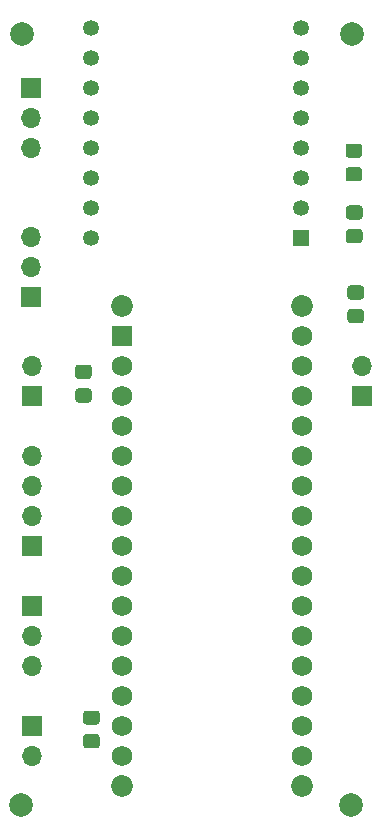
<source format=gts>
%TF.GenerationSoftware,KiCad,Pcbnew,(5.1.10)-1*%
%TF.CreationDate,2021-08-05T17:04:43+02:00*%
%TF.ProjectId,kiCAD_projects,6b694341-445f-4707-926f-6a656374732e,rev?*%
%TF.SameCoordinates,Original*%
%TF.FileFunction,Soldermask,Top*%
%TF.FilePolarity,Negative*%
%FSLAX46Y46*%
G04 Gerber Fmt 4.6, Leading zero omitted, Abs format (unit mm)*
G04 Created by KiCad (PCBNEW (5.1.10)-1) date 2021-08-05 17:04:43*
%MOMM*%
%LPD*%
G01*
G04 APERTURE LIST*
%ADD10O,1.700000X1.700000*%
%ADD11R,1.700000X1.700000*%
%ADD12R,1.350000X1.350000*%
%ADD13C,1.350000*%
%ADD14C,1.850000*%
%ADD15R,1.727200X1.727200*%
%ADD16C,1.727200*%
%ADD17C,2.000000*%
G04 APERTURE END LIST*
D10*
%TO.C,J5*%
X515147560Y567730640D03*
D11*
X515147560Y565190640D03*
%TD*%
D10*
%TO.C,J3*%
X487205020Y567710320D03*
D11*
X487205020Y565170320D03*
%TD*%
D12*
%TO.C,U1*%
X509905000Y578612000D03*
D13*
X509905000Y581152000D03*
X509905000Y583692000D03*
X509905000Y586232000D03*
X509905000Y588772000D03*
X509905000Y591312000D03*
X509905000Y593852000D03*
X509905000Y596392000D03*
X492125000Y596392000D03*
X492125000Y593852000D03*
X492125000Y591312000D03*
X492125000Y588772000D03*
X492125000Y586232000D03*
X492125000Y583692000D03*
X492125000Y581152000D03*
X492125000Y578612000D03*
%TD*%
D14*
%TO.C,A1*%
X510057400Y532155400D03*
X494817400Y532155400D03*
X510057400Y572795400D03*
X494817400Y572795400D03*
D15*
X494817400Y570255400D03*
D16*
X494817400Y567715400D03*
X494817400Y565175400D03*
X494817400Y562635400D03*
X494817400Y560095400D03*
X494817400Y557555400D03*
X494817400Y555015400D03*
X494817400Y552475400D03*
X494817400Y549935400D03*
X494817400Y547395400D03*
X494817400Y544855400D03*
X494817400Y542315400D03*
X494817400Y539775400D03*
X494817400Y537235400D03*
X494817400Y534695400D03*
X510057400Y534695400D03*
X510057400Y537235400D03*
X510057400Y539775400D03*
X510057400Y542315400D03*
X510057400Y544855400D03*
X510057400Y547395400D03*
X510057400Y549935400D03*
X510057400Y552475400D03*
X510057400Y555015400D03*
X510057400Y557555400D03*
X510057400Y560095400D03*
X510057400Y562635400D03*
X510057400Y565175400D03*
X510057400Y567715400D03*
X510057400Y570255400D03*
%TD*%
D10*
%TO.C,J2*%
X487045000Y586226920D03*
X487045000Y588766920D03*
D11*
X487045000Y591306920D03*
%TD*%
%TO.C,R1*%
G36*
G01*
X514863501Y583372920D02*
X513963499Y583372920D01*
G75*
G02*
X513713500Y583622919I0J249999D01*
G01*
X513713500Y584322921D01*
G75*
G02*
X513963499Y584572920I249999J0D01*
G01*
X514863501Y584572920D01*
G75*
G02*
X515113500Y584322921I0J-249999D01*
G01*
X515113500Y583622919D01*
G75*
G02*
X514863501Y583372920I-249999J0D01*
G01*
G37*
G36*
G01*
X514863501Y585372920D02*
X513963499Y585372920D01*
G75*
G02*
X513713500Y585622919I0J249999D01*
G01*
X513713500Y586322921D01*
G75*
G02*
X513963499Y586572920I249999J0D01*
G01*
X514863501Y586572920D01*
G75*
G02*
X515113500Y586322921I0J-249999D01*
G01*
X515113500Y585622919D01*
G75*
G02*
X514863501Y585372920I-249999J0D01*
G01*
G37*
%TD*%
%TO.C,R2*%
G36*
G01*
X514901601Y580135440D02*
X514001599Y580135440D01*
G75*
G02*
X513751600Y580385439I0J249999D01*
G01*
X513751600Y581085441D01*
G75*
G02*
X514001599Y581335440I249999J0D01*
G01*
X514901601Y581335440D01*
G75*
G02*
X515151600Y581085441I0J-249999D01*
G01*
X515151600Y580385439D01*
G75*
G02*
X514901601Y580135440I-249999J0D01*
G01*
G37*
G36*
G01*
X514901601Y578135440D02*
X514001599Y578135440D01*
G75*
G02*
X513751600Y578385439I0J249999D01*
G01*
X513751600Y579085441D01*
G75*
G02*
X514001599Y579335440I249999J0D01*
G01*
X514901601Y579335440D01*
G75*
G02*
X515151600Y579085441I0J-249999D01*
G01*
X515151600Y578385439D01*
G75*
G02*
X514901601Y578135440I-249999J0D01*
G01*
G37*
%TD*%
D10*
%TO.C,J1*%
X487189780Y534692860D03*
D11*
X487189780Y537232860D03*
%TD*%
D10*
%TO.C,J4*%
X487205020Y560097940D03*
X487205020Y557557940D03*
X487205020Y555017940D03*
D11*
X487205020Y552477940D03*
%TD*%
D10*
%TO.C,J6*%
X487202480Y542315400D03*
X487202480Y544855400D03*
D11*
X487202480Y547395400D03*
%TD*%
%TO.C,R3*%
G36*
G01*
X491075559Y565854140D02*
X491975561Y565854140D01*
G75*
G02*
X492225560Y565604141I0J-249999D01*
G01*
X492225560Y564904139D01*
G75*
G02*
X491975561Y564654140I-249999J0D01*
G01*
X491075559Y564654140D01*
G75*
G02*
X490825560Y564904139I0J249999D01*
G01*
X490825560Y565604141D01*
G75*
G02*
X491075559Y565854140I249999J0D01*
G01*
G37*
G36*
G01*
X491075559Y567854140D02*
X491975561Y567854140D01*
G75*
G02*
X492225560Y567604141I0J-249999D01*
G01*
X492225560Y566904139D01*
G75*
G02*
X491975561Y566654140I-249999J0D01*
G01*
X491075559Y566654140D01*
G75*
G02*
X490825560Y566904139I0J249999D01*
G01*
X490825560Y567604141D01*
G75*
G02*
X491075559Y567854140I249999J0D01*
G01*
G37*
%TD*%
%TO.C,R4*%
G36*
G01*
X515023521Y571366340D02*
X514123519Y571366340D01*
G75*
G02*
X513873520Y571616339I0J249999D01*
G01*
X513873520Y572316341D01*
G75*
G02*
X514123519Y572566340I249999J0D01*
G01*
X515023521Y572566340D01*
G75*
G02*
X515273520Y572316341I0J-249999D01*
G01*
X515273520Y571616339D01*
G75*
G02*
X515023521Y571366340I-249999J0D01*
G01*
G37*
G36*
G01*
X515023521Y573366340D02*
X514123519Y573366340D01*
G75*
G02*
X513873520Y573616339I0J249999D01*
G01*
X513873520Y574316341D01*
G75*
G02*
X514123519Y574566340I249999J0D01*
G01*
X515023521Y574566340D01*
G75*
G02*
X515273520Y574316341I0J-249999D01*
G01*
X515273520Y573616339D01*
G75*
G02*
X515023521Y573366340I-249999J0D01*
G01*
G37*
%TD*%
%TO.C,R5*%
G36*
G01*
X491751199Y536572000D02*
X492651201Y536572000D01*
G75*
G02*
X492901200Y536322001I0J-249999D01*
G01*
X492901200Y535621999D01*
G75*
G02*
X492651201Y535372000I-249999J0D01*
G01*
X491751199Y535372000D01*
G75*
G02*
X491501200Y535621999I0J249999D01*
G01*
X491501200Y536322001D01*
G75*
G02*
X491751199Y536572000I249999J0D01*
G01*
G37*
G36*
G01*
X491751199Y538572000D02*
X492651201Y538572000D01*
G75*
G02*
X492901200Y538322001I0J-249999D01*
G01*
X492901200Y537621999D01*
G75*
G02*
X492651201Y537372000I-249999J0D01*
G01*
X491751199Y537372000D01*
G75*
G02*
X491501200Y537621999I0J249999D01*
G01*
X491501200Y538322001D01*
G75*
G02*
X491751199Y538572000I249999J0D01*
G01*
G37*
%TD*%
D10*
%TO.C,J7*%
X487045000Y578627240D03*
X487045000Y576087240D03*
D11*
X487045000Y573547240D03*
%TD*%
D17*
%TO.C,H1*%
X486349040Y595858600D03*
%TD*%
%TO.C,H2*%
X514291580Y595866220D03*
%TD*%
%TO.C,H3*%
X486232200Y530555200D03*
%TD*%
%TO.C,H4*%
X514167120Y530598380D03*
%TD*%
M02*

</source>
